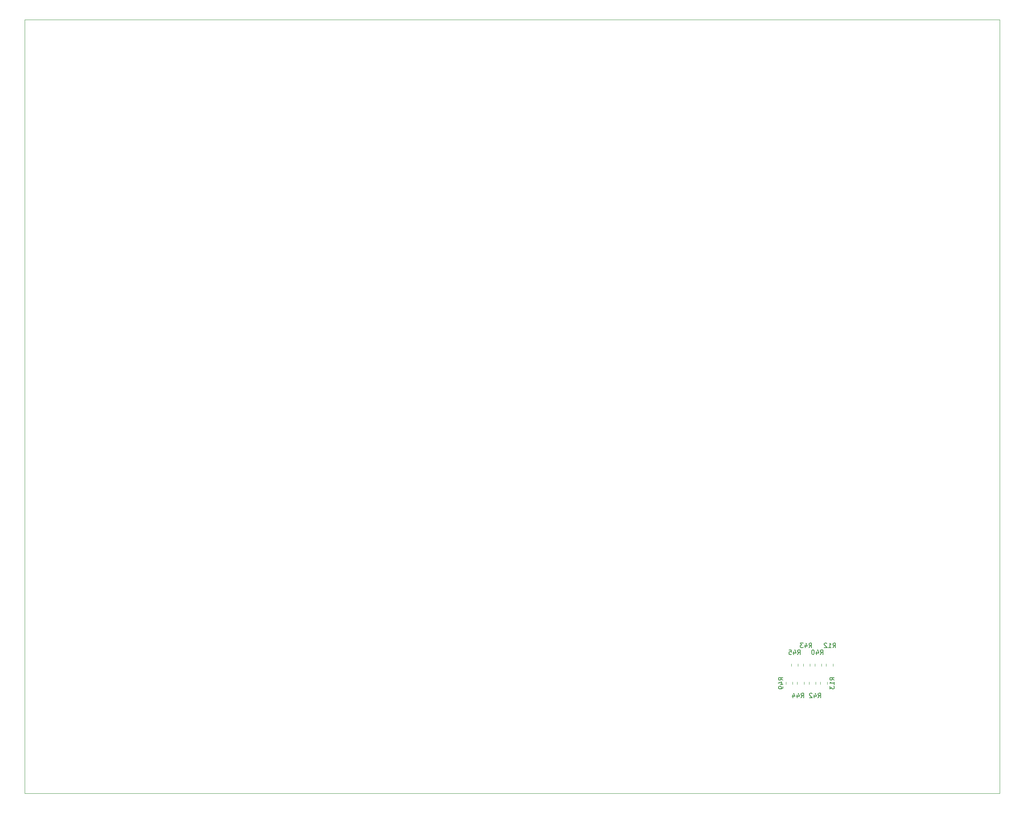
<source format=gbr>
%TF.GenerationSoftware,KiCad,Pcbnew,(5.99.0-9466-g7fda7438f9)*%
%TF.CreationDate,2021-03-26T21:03:59-04:00*%
%TF.ProjectId,C68,4336382e-6b69-4636-9164-5f7063625858,rev?*%
%TF.SameCoordinates,Original*%
%TF.FileFunction,Legend,Bot*%
%TF.FilePolarity,Positive*%
%FSLAX46Y46*%
G04 Gerber Fmt 4.6, Leading zero omitted, Abs format (unit mm)*
G04 Created by KiCad (PCBNEW (5.99.0-9466-g7fda7438f9)) date 2021-03-26 21:03:59*
%MOMM*%
%LPD*%
G01*
G04 APERTURE LIST*
%TA.AperFunction,Profile*%
%ADD10C,0.050000*%
%TD*%
%ADD11C,0.150000*%
%ADD12C,0.120000*%
G04 APERTURE END LIST*
D10*
X304000000Y-210000000D02*
X90000000Y-210000000D01*
X90000000Y-210000000D02*
X90000000Y-40000000D01*
X304000000Y-40000000D02*
X304000000Y-210000000D01*
X90000000Y-40000000D02*
X304000000Y-40000000D01*
D11*
X256452380Y-185107142D02*
X255976190Y-184773809D01*
X256452380Y-184535714D02*
X255452380Y-184535714D01*
X255452380Y-184916666D01*
X255500000Y-185011904D01*
X255547619Y-185059523D01*
X255642857Y-185107142D01*
X255785714Y-185107142D01*
X255880952Y-185059523D01*
X255928571Y-185011904D01*
X255976190Y-184916666D01*
X255976190Y-184535714D01*
X255785714Y-185964285D02*
X256452380Y-185964285D01*
X255404761Y-185726190D02*
X256119047Y-185488095D01*
X256119047Y-186107142D01*
X256452380Y-186535714D02*
X256452380Y-186726190D01*
X256404761Y-186821428D01*
X256357142Y-186869047D01*
X256214285Y-186964285D01*
X256023809Y-187011904D01*
X255642857Y-187011904D01*
X255547619Y-186964285D01*
X255500000Y-186916666D01*
X255452380Y-186821428D01*
X255452380Y-186630952D01*
X255500000Y-186535714D01*
X255547619Y-186488095D01*
X255642857Y-186440476D01*
X255880952Y-186440476D01*
X255976190Y-186488095D01*
X256023809Y-186535714D01*
X256071428Y-186630952D01*
X256071428Y-186821428D01*
X256023809Y-186916666D01*
X255976190Y-186964285D01*
X255880952Y-187011904D01*
X262142857Y-177952380D02*
X262476190Y-177476190D01*
X262714285Y-177952380D02*
X262714285Y-176952380D01*
X262333333Y-176952380D01*
X262238095Y-177000000D01*
X262190476Y-177047619D01*
X262142857Y-177142857D01*
X262142857Y-177285714D01*
X262190476Y-177380952D01*
X262238095Y-177428571D01*
X262333333Y-177476190D01*
X262714285Y-177476190D01*
X261285714Y-177285714D02*
X261285714Y-177952380D01*
X261523809Y-176904761D02*
X261761904Y-177619047D01*
X261142857Y-177619047D01*
X260857142Y-176952380D02*
X260238095Y-176952380D01*
X260571428Y-177333333D01*
X260428571Y-177333333D01*
X260333333Y-177380952D01*
X260285714Y-177428571D01*
X260238095Y-177523809D01*
X260238095Y-177761904D01*
X260285714Y-177857142D01*
X260333333Y-177904761D01*
X260428571Y-177952380D01*
X260714285Y-177952380D01*
X260809523Y-177904761D01*
X260857142Y-177857142D01*
X264142857Y-188952380D02*
X264476190Y-188476190D01*
X264714285Y-188952380D02*
X264714285Y-187952380D01*
X264333333Y-187952380D01*
X264238095Y-188000000D01*
X264190476Y-188047619D01*
X264142857Y-188142857D01*
X264142857Y-188285714D01*
X264190476Y-188380952D01*
X264238095Y-188428571D01*
X264333333Y-188476190D01*
X264714285Y-188476190D01*
X263285714Y-188285714D02*
X263285714Y-188952380D01*
X263523809Y-187904761D02*
X263761904Y-188619047D01*
X263142857Y-188619047D01*
X262809523Y-188047619D02*
X262761904Y-188000000D01*
X262666666Y-187952380D01*
X262428571Y-187952380D01*
X262333333Y-188000000D01*
X262285714Y-188047619D01*
X262238095Y-188142857D01*
X262238095Y-188238095D01*
X262285714Y-188380952D01*
X262857142Y-188952380D01*
X262238095Y-188952380D01*
X264642857Y-179452380D02*
X264976190Y-178976190D01*
X265214285Y-179452380D02*
X265214285Y-178452380D01*
X264833333Y-178452380D01*
X264738095Y-178500000D01*
X264690476Y-178547619D01*
X264642857Y-178642857D01*
X264642857Y-178785714D01*
X264690476Y-178880952D01*
X264738095Y-178928571D01*
X264833333Y-178976190D01*
X265214285Y-178976190D01*
X263785714Y-178785714D02*
X263785714Y-179452380D01*
X264023809Y-178404761D02*
X264261904Y-179119047D01*
X263642857Y-179119047D01*
X263071428Y-178452380D02*
X262976190Y-178452380D01*
X262880952Y-178500000D01*
X262833333Y-178547619D01*
X262785714Y-178642857D01*
X262738095Y-178833333D01*
X262738095Y-179071428D01*
X262785714Y-179261904D01*
X262833333Y-179357142D01*
X262880952Y-179404761D01*
X262976190Y-179452380D01*
X263071428Y-179452380D01*
X263166666Y-179404761D01*
X263214285Y-179357142D01*
X263261904Y-179261904D01*
X263309523Y-179071428D01*
X263309523Y-178833333D01*
X263261904Y-178642857D01*
X263214285Y-178547619D01*
X263166666Y-178500000D01*
X263071428Y-178452380D01*
X259642857Y-179452380D02*
X259976190Y-178976190D01*
X260214285Y-179452380D02*
X260214285Y-178452380D01*
X259833333Y-178452380D01*
X259738095Y-178500000D01*
X259690476Y-178547619D01*
X259642857Y-178642857D01*
X259642857Y-178785714D01*
X259690476Y-178880952D01*
X259738095Y-178928571D01*
X259833333Y-178976190D01*
X260214285Y-178976190D01*
X258785714Y-178785714D02*
X258785714Y-179452380D01*
X259023809Y-178404761D02*
X259261904Y-179119047D01*
X258642857Y-179119047D01*
X257785714Y-178452380D02*
X258261904Y-178452380D01*
X258309523Y-178928571D01*
X258261904Y-178880952D01*
X258166666Y-178833333D01*
X257928571Y-178833333D01*
X257833333Y-178880952D01*
X257785714Y-178928571D01*
X257738095Y-179023809D01*
X257738095Y-179261904D01*
X257785714Y-179357142D01*
X257833333Y-179404761D01*
X257928571Y-179452380D01*
X258166666Y-179452380D01*
X258261904Y-179404761D01*
X258309523Y-179357142D01*
X260392857Y-188952380D02*
X260726190Y-188476190D01*
X260964285Y-188952380D02*
X260964285Y-187952380D01*
X260583333Y-187952380D01*
X260488095Y-188000000D01*
X260440476Y-188047619D01*
X260392857Y-188142857D01*
X260392857Y-188285714D01*
X260440476Y-188380952D01*
X260488095Y-188428571D01*
X260583333Y-188476190D01*
X260964285Y-188476190D01*
X259535714Y-188285714D02*
X259535714Y-188952380D01*
X259773809Y-187904761D02*
X260011904Y-188619047D01*
X259392857Y-188619047D01*
X258583333Y-188285714D02*
X258583333Y-188952380D01*
X258821428Y-187904761D02*
X259059523Y-188619047D01*
X258440476Y-188619047D01*
X267702380Y-185107142D02*
X267226190Y-184773809D01*
X267702380Y-184535714D02*
X266702380Y-184535714D01*
X266702380Y-184916666D01*
X266750000Y-185011904D01*
X266797619Y-185059523D01*
X266892857Y-185107142D01*
X267035714Y-185107142D01*
X267130952Y-185059523D01*
X267178571Y-185011904D01*
X267226190Y-184916666D01*
X267226190Y-184535714D01*
X267702380Y-186059523D02*
X267702380Y-185488095D01*
X267702380Y-185773809D02*
X266702380Y-185773809D01*
X266845238Y-185678571D01*
X266940476Y-185583333D01*
X266988095Y-185488095D01*
X266702380Y-186392857D02*
X266702380Y-187011904D01*
X267083333Y-186678571D01*
X267083333Y-186821428D01*
X267130952Y-186916666D01*
X267178571Y-186964285D01*
X267273809Y-187011904D01*
X267511904Y-187011904D01*
X267607142Y-186964285D01*
X267654761Y-186916666D01*
X267702380Y-186821428D01*
X267702380Y-186535714D01*
X267654761Y-186440476D01*
X267607142Y-186392857D01*
X267392857Y-177952380D02*
X267726190Y-177476190D01*
X267964285Y-177952380D02*
X267964285Y-176952380D01*
X267583333Y-176952380D01*
X267488095Y-177000000D01*
X267440476Y-177047619D01*
X267392857Y-177142857D01*
X267392857Y-177285714D01*
X267440476Y-177380952D01*
X267488095Y-177428571D01*
X267583333Y-177476190D01*
X267964285Y-177476190D01*
X266440476Y-177952380D02*
X267011904Y-177952380D01*
X266726190Y-177952380D02*
X266726190Y-176952380D01*
X266821428Y-177095238D01*
X266916666Y-177190476D01*
X267011904Y-177238095D01*
X266059523Y-177047619D02*
X266011904Y-177000000D01*
X265916666Y-176952380D01*
X265678571Y-176952380D01*
X265583333Y-177000000D01*
X265535714Y-177047619D01*
X265488095Y-177142857D01*
X265488095Y-177238095D01*
X265535714Y-177380952D01*
X266107142Y-177952380D01*
X265488095Y-177952380D01*
D12*
X258535000Y-185977064D02*
X258535000Y-185522936D01*
X257065000Y-185977064D02*
X257065000Y-185522936D01*
X260865000Y-181977064D02*
X260865000Y-181522936D01*
X262335000Y-181977064D02*
X262335000Y-181522936D01*
X263635000Y-185977064D02*
X263635000Y-185522936D01*
X262165000Y-185977064D02*
X262165000Y-185522936D01*
X263415000Y-181977064D02*
X263415000Y-181522936D01*
X264885000Y-181977064D02*
X264885000Y-181522936D01*
X258265000Y-181977064D02*
X258265000Y-181522936D01*
X259735000Y-181977064D02*
X259735000Y-181522936D01*
X259565000Y-185977064D02*
X259565000Y-185522936D01*
X261035000Y-185977064D02*
X261035000Y-185522936D01*
X264665000Y-185977064D02*
X264665000Y-185522936D01*
X266135000Y-185977064D02*
X266135000Y-185522936D01*
X265915000Y-181977064D02*
X265915000Y-181522936D01*
X267385000Y-181977064D02*
X267385000Y-181522936D01*
M02*

</source>
